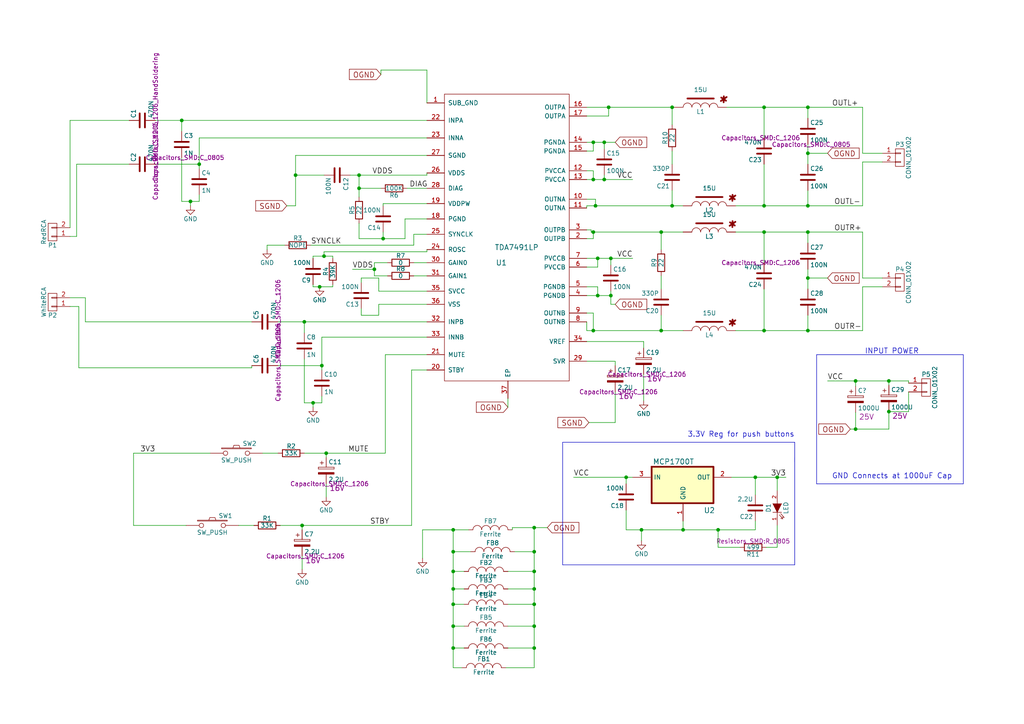
<source format=kicad_sch>
(kicad_sch (version 20230121) (generator eeschema)
  (paper "A4")
  (lib_symbols
    (symbol "ClassD-rescue:C" (pin_numbers hide) (pin_names (offset 0.254))
      (property "Reference" "C" (at 0.635 2.54 0))
      (property "Value" "C" (at 0.635 -2.54 0))
      (symbol "C_0_1"
        (polyline (pts (xy -2.032 -0.762) (xy 2.032 -0.762)) (stroke (width 0.508)))
        (polyline (pts (xy -2.032 0.762) (xy 2.032 0.762)) (stroke (width 0.508)))
      )
      (symbol "C_1_1"
        (pin passive line (at 0 3.81 270) (length 2.794) (name "~") (number "1"))
        (pin passive line (at 0 -3.81 90) (length 2.794) (name "~") (number "2"))
      )
    )
    (symbol "ClassD-rescue:CONN_01X02" (pin_names (offset 1.016) hide)
      (property "Reference" "P" (at 0 3.81 0))
      (property "Value" "CONN_01X02" (at 2.54 0 90))
      (symbol "CONN_01X02_0_1"
        (rectangle (start -1.27 -1.143) (end 0.254 -1.397))
        (rectangle (start -1.27 1.397) (end 0.254 1.143))
        (rectangle (start -1.27 2.54) (end 1.27 -2.54))
      )
      (symbol "CONN_01X02_1_1"
        (pin passive line (at -5.08 1.27 0) (length 3.81) (name "P1") (number "1"))
        (pin passive line (at -5.08 -1.27 0) (length 3.81) (name "P2") (number "2"))
      )
    )
    (symbol "ClassD-rescue:CP" (pin_numbers hide) (pin_names (offset 0.254))
      (property "Reference" "C" (at 0.635 2.54 0))
      (property "Value" "CP" (at 0.635 -2.54 0))
      (symbol "CP_0_1"
        (rectangle (start -2.286 0.508) (end -2.286 1.016))
        (rectangle (start -2.286 0.508) (end 2.286 0.508))
        (polyline (pts (xy -1.778 2.286) (xy -0.762 2.286)))
        (polyline (pts (xy -1.27 2.794) (xy -1.27 1.778)))
        (rectangle (start 2.286 -0.508) (end -2.286 -1.016) (fill (type outline)))
        (rectangle (start 2.286 1.016) (end -2.286 1.016))
        (rectangle (start 2.286 1.016) (end 2.286 0.508))
      )
      (symbol "CP_1_1"
        (pin passive line (at 0 3.81 270) (length 2.794) (name "~") (number "1"))
        (pin passive line (at 0 -3.81 90) (length 2.794) (name "~") (number "2"))
      )
    )
    (symbol "ClassD-rescue:GND" (power) (pin_names (offset 0))
      (property "Value" "GND" (at 0 -3.81 0))
      (symbol "GND_0_1"
        (polyline (pts (xy 0 0) (xy 0 -1.27) (xy 1.27 -1.27) (xy 0 -2.54) (xy -1.27 -1.27) (xy 0 -1.27)))
      )
      (symbol "GND_1_1"
        (pin power_in line (at 0 0 270) (length 0) hide (name "GND") (number "1"))
      )
    )
    (symbol "ClassD-rescue:INDUCTOR_SMALL" (pin_numbers hide) (pin_names (offset 0) hide)
      (property "Reference" "L" (at 0 2.54 0))
      (property "Value" "INDUCTOR_SMALL" (at 0 -1.27 0))
      (symbol "INDUCTOR_SMALL_0_1"
        (arc (start -2.54 0) (mid -3.81 1.2645) (end -5.08 0))
        (arc (start 0 0) (mid -1.27 1.2645) (end -2.54 0))
        (arc (start 2.54 0) (mid 1.27 1.2645) (end 0 0))
        (arc (start 5.08 0) (mid 3.81 1.2645) (end 2.54 0))
      )
      (symbol "INDUCTOR_SMALL_1_1"
        (pin input line (at -6.35 0 0) (length 1.27) (name "1") (number "1"))
        (pin input line (at 6.35 0 180) (length 1.27) (name "2") (number "2"))
      )
    )
    (symbol "ClassD-rescue:LED" (pin_names (offset 1.016) hide)
      (property "Reference" "D" (at 0 2.54 0))
      (property "Value" "LED" (at 0 -2.54 0))
      (symbol "LED_0_1"
        (polyline (pts (xy -1.27 1.27) (xy -1.27 -1.27)))
        (polyline (pts (xy -2.032 -0.635) (xy -3.175 -1.651) (xy -3.048 -1.016)))
        (polyline (pts (xy -1.651 -1.016) (xy -2.794 -2.032) (xy -2.667 -1.397)))
        (polyline (pts (xy 1.27 1.27) (xy -1.27 0) (xy 1.27 -1.27)) (fill (type outline)))
      )
      (symbol "LED_1_1"
        (pin passive line (at -5.08 0 0) (length 3.81) (name "K") (number "1"))
        (pin passive line (at 5.08 0 180) (length 3.81) (name "A") (number "2"))
      )
    )
    (symbol "ClassD-rescue:R" (pin_numbers hide) (pin_names (offset 0))
      (property "Reference" "R" (at 2.032 0 90))
      (property "Value" "R" (at 0 0 90))
      (symbol "R_0_1"
        (rectangle (start -1.016 -2.54) (end 1.016 2.54) (stroke (width 0.254)))
      )
      (symbol "R_1_1"
        (pin passive line (at 0 3.81 270) (length 1.27) (name "~") (number "1"))
        (pin passive line (at 0 -3.81 90) (length 1.27) (name "~") (number "2"))
      )
    )
    (symbol "ClassD-rescue:SW_PUSH" (pin_numbers hide) (pin_names (offset 1.016) hide)
      (property "Reference" "SW" (at 3.81 2.794 0))
      (property "Value" "SW_PUSH" (at 0 -2.032 0))
      (symbol "SW_PUSH_0_1"
        (rectangle (start -4.318 1.27) (end 4.318 1.524))
        (polyline (pts (xy -1.016 1.524) (xy -0.762 2.286) (xy 0.762 2.286) (xy 1.016 1.524)))
        (pin passive inverted (at -7.62 0 0) (length 5.08) (name "1") (number "1"))
        (pin passive inverted (at 7.62 0 180) (length 5.08) (name "2") (number "2"))
      )
    )
    (symbol "ClassD:INDUCTOR-POL" (pin_numbers hide) (pin_names (offset 1.016) hide)
      (property "Reference" "L" (at -1.27 -1.27 90))
      (property "Value" "INDUCTOR-POL" (at 5.08 -1.27 90))
      (symbol "INDUCTOR-POL_0_1"
        (polyline (pts (xy 1.4478 5.4102) (xy 3.175 5.461)) (stroke (width 0.508)))
        (polyline (pts (xy 1.905 6.096) (xy 2.8194 4.7244)) (stroke (width 0.508)))
        (polyline (pts (xy 2.54 2.54) (xy 2.54 -5.08)) (stroke (width 0.508)))
        (polyline (pts (xy 2.9718 6.2738) (xy 1.8288 4.6228)) (stroke (width 0.508)))
        (arc (start 0.0254 -6.3246) (mid 1.2449 -5.0797) (end 0.0254 -3.81))
        (arc (start 0.0254 -3.7846) (mid 1.2703 -2.5144) (end 0.0254 -1.2192))
        (arc (start 0.0254 -1.2446) (mid 1.2703 0.0256) (end 0.0254 1.3208))
        (arc (start 0.0254 1.2954) (mid 1.1941 2.4895) (end 0.0254 3.7084))
      )
      (symbol "INDUCTOR-POL_1_1"
        (pin passive line (at 0 6.35 270) (length 2.54) (name "1") (number "1"))
        (pin passive line (at 0 -8.89 90) (length 2.54) (name "2") (number "2"))
      )
    )
    (symbol "ClassD:MCP1700T" (pin_names (offset 1.016))
      (property "Reference" "U" (at 7.6454 -9.6012 0))
      (property "Value" "MCP1700T" (at -2.7686 4.5212 0))
      (symbol "MCP1700T_0_1"
        (rectangle (start -9.1186 3.048) (end 8.8138 -7.5184) (stroke (width 0.508)) (fill (type background)))
      )
      (symbol "MCP1700T_1_1"
        (pin input line (at 0 -12.7 90) (length 5.08) (name "GND") (number "1"))
        (pin input line (at 13.97 0 180) (length 5.08) (name "OUT") (number "2"))
        (pin input line (at -14.605 0 0) (length 5.08) (name "IN") (number "3"))
      )
    )
    (symbol "ClassD:TDA7491LP" (pin_names (offset 1.016))
      (property "Reference" "U" (at -1.905 -3.175 0))
      (property "Value" "TDA7491LP" (at 2.54 1.27 0))
      (symbol "TDA7491LP_0_1"
        (rectangle (start -18.415 45.72) (end 17.78 -37.465))
      )
      (symbol "TDA7491LP_1_1"
        (pin input line (at -23.495 43.18 0) (length 5.08) (name "SUB_GND") (number "1"))
        (pin input line (at 22.86 15.24 180) (length 5.08) (name "OUTNA") (number "10"))
        (pin input line (at 22.86 12.7 180) (length 5.08) (name "OUTNA") (number "11"))
        (pin input line (at 22.86 23.495 180) (length 5.08) (name "PVCCA") (number "12"))
        (pin input line (at 22.86 20.955 180) (length 5.08) (name "PVCCA") (number "13"))
        (pin input line (at 22.86 31.75 180) (length 5.08) (name "PGNDA") (number "14"))
        (pin input line (at 22.86 29.21 180) (length 5.08) (name "PGNDA") (number "15"))
        (pin input line (at 22.86 41.91 180) (length 5.08) (name "OUTPA") (number "16"))
        (pin input line (at 22.86 39.37 180) (length 5.08) (name "OUTPA") (number "17"))
        (pin input line (at -23.495 9.525 0) (length 5.08) (name "PGND") (number "18"))
        (pin input line (at -23.495 13.97 0) (length 5.08) (name "VDDPW") (number "19"))
        (pin input line (at 22.86 3.81 180) (length 5.08) (name "OUTPB") (number "2"))
        (pin input line (at -23.495 -34.29 0) (length 5.08) (name "STBY") (number "20"))
        (pin input line (at -23.495 -29.845 0) (length 5.08) (name "MUTE") (number "21"))
        (pin input line (at -23.495 38.1 0) (length 5.08) (name "INPA") (number "22"))
        (pin input line (at -23.495 33.02 0) (length 5.08) (name "INNA") (number "23"))
        (pin input line (at -23.495 0.635 0) (length 5.08) (name "ROSC") (number "24"))
        (pin input line (at -23.495 5.08 0) (length 5.08) (name "SYNCLK") (number "25"))
        (pin input line (at -23.495 22.86 0) (length 5.08) (name "VDDS") (number "26"))
        (pin input line (at -23.495 27.94 0) (length 5.08) (name "SGND") (number "27"))
        (pin input line (at -23.495 18.415 0) (length 5.08) (name "DIAG") (number "28"))
        (pin input line (at 22.86 -31.75 180) (length 5.08) (name "SVR") (number "29"))
        (pin input line (at 22.86 6.35 180) (length 5.08) (name "OUTPB") (number "3"))
        (pin input line (at -23.495 -3.175 0) (length 5.08) (name "GAIN0") (number "30"))
        (pin input line (at -23.495 -6.985 0) (length 5.08) (name "GAIN1") (number "31"))
        (pin input line (at -23.495 -20.32 0) (length 5.08) (name "INPB") (number "32"))
        (pin input line (at -23.495 -24.765 0) (length 5.08) (name "INNB") (number "33"))
        (pin input line (at 22.86 -26.035 180) (length 5.08) (name "VREF") (number "34"))
        (pin input line (at -23.495 -11.43 0) (length 5.08) (name "SVCC") (number "35"))
        (pin input line (at -23.495 -15.24 0) (length 5.08) (name "VSS") (number "36"))
        (pin input line (at 0 -42.545 90) (length 5.08) (name "EP") (number "37"))
        (pin input line (at 22.86 -12.7 180) (length 5.08) (name "PGNDB") (number "4"))
        (pin input line (at 22.86 -10.16 180) (length 5.08) (name "PGNDB") (number "5"))
        (pin input line (at 22.86 -4.445 180) (length 5.08) (name "PVCCB") (number "6"))
        (pin input line (at 22.86 -1.905 180) (length 5.08) (name "PVCCB") (number "7"))
        (pin input line (at 22.86 -20.32 180) (length 5.08) (name "OUTNB") (number "8"))
        (pin input line (at 22.86 -17.78 180) (length 5.08) (name "OUTNB") (number "9"))
      )
    )
  )
  (junction (at 131.445 153.67))
  (junction (at 173.355 74.93))
  (junction (at 186.055 153.67))
  (junction (at 181.61 138.43))
  (junction (at 208.28 153.67))
  (junction (at 154.94 175.26))
  (junction (at 257.81 110.49))
  (junction (at 191.77 67.31))
  (junction (at 93.345 106.045))
  (junction (at 154.94 165.735))
  (junction (at 194.945 31.115))
  (junction (at 172.085 52.07))
  (junction (at 104.14 54.61))
  (junction (at 194.945 59.69))
  (junction (at 172.085 67.31))
  (junction (at 131.445 175.26))
  (junction (at 172.085 95.885))
  (junction (at 234.315 80.645))
  (junction (at 55.245 58.42))
  (junction (at 131.445 170.815))
  (junction (at 154.94 170.815))
  (junction (at 175.26 52.07))
  (junction (at 85.725 50.8))
  (junction (at 93.98 74.295))
  (junction (at 248.158 124.46))
  (junction (at 173.355 85.725))
  (junction (at 221.615 31.115))
  (junction (at 177.165 74.93))
  (junction (at 172.085 41.275))
  (junction (at 131.445 165.735))
  (junction (at 131.445 160.02))
  (junction (at 52.705 34.925))
  (junction (at 198.12 153.67))
  (junction (at 88.265 93.345))
  (junction (at 172.72 59.69))
  (junction (at 191.77 95.885))
  (junction (at 221.615 67.31))
  (junction (at 94.615 131.445))
  (junction (at 154.94 153.035))
  (junction (at 92.71 83.185))
  (junction (at 87.63 152.4))
  (junction (at 111.125 69.215))
  (junction (at 57.785 47.625))
  (junction (at 177.165 85.725))
  (junction (at 248.158 110.49))
  (junction (at 108.585 78.105))
  (junction (at 90.805 116.84))
  (junction (at 154.94 181.61))
  (junction (at 234.315 67.31))
  (junction (at 104.14 50.8))
  (junction (at 234.315 95.885))
  (junction (at 154.94 187.96))
  (junction (at 219.075 138.43))
  (junction (at 257.81 119.38))
  (junction (at 154.94 160.02))
  (junction (at 176.53 31.115))
  (junction (at 131.445 187.96))
  (junction (at 131.445 181.61))
  (junction (at 234.315 31.115))
  (junction (at 221.615 59.69))
  (junction (at 234.315 59.69))
  (junction (at 221.615 95.885))
  (junction (at 225.425 138.43))
  (junction (at 175.26 41.275))
  (junction (at 234.315 44.45))
  (wire (pts (xy 131.445 181.61) (xy 131.445 187.96)))
  (wire (pts (xy 191.77 95.885) (xy 191.77 91.44)))
  (wire (pts (xy 170.18 99.06) (xy 186.69 99.06)))
  (wire (pts (xy 234.315 78.105) (xy 234.315 80.645)))
  (wire (pts (xy 111.125 67.31) (xy 111.125 69.215)))
  (wire (pts (xy 131.445 160.02) (xy 131.445 165.735)))
  (wire (pts (xy 111.125 59.69) (xy 111.125 59.055)))
  (wire (pts (xy 148.59 153.035) (xy 154.94 153.035)))
  (wire (pts (xy 131.445 153.67) (xy 135.89 153.67)))
  (wire (pts (xy 85.725 59.69) (xy 83.185 59.69)))
  (wire (pts (xy 234.315 31.115) (xy 234.315 34.29)))
  (wire (pts (xy 88.265 116.84) (xy 90.805 116.84)))
  (wire (pts (xy 234.315 44.45) (xy 234.315 47.625)))
  (wire (pts (xy 90.805 118.11) (xy 90.805 116.84)))
  (wire (pts (xy 175.26 41.275) (xy 175.26 43.18)))
  (wire (pts (xy 85.725 50.8) (xy 85.725 59.69)))
  (wire (pts (xy 22.225 68.58) (xy 20.32 68.58)))
  (wire (pts (xy 234.315 95.885) (xy 250.19 95.885)))
  (wire (pts (xy 257.81 110.49) (xy 263.525 110.49)))
  (wire (pts (xy 194.945 36.195) (xy 194.945 31.115)))
  (wire (pts (xy 191.77 95.885) (xy 198.12 95.885)))
  (wire (pts (xy 208.28 153.67) (xy 219.075 153.67)))
  (wire (pts (xy 172.085 95.885) (xy 191.77 95.885)))
  (wire (pts (xy 131.445 165.735) (xy 134.62 165.735)))
  (wire (pts (xy 38.735 131.445) (xy 60.96 131.445)))
  (wire (pts (xy 176.53 31.115) (xy 194.945 31.115)))
  (wire (pts (xy 154.94 175.26) (xy 147.32 175.26)))
  (wire (pts (xy 177.165 74.93) (xy 183.515 74.93)))
  (wire (pts (xy 77.47 71.12) (xy 82.55 71.12)))
  (wire (pts (xy 111.76 102.87) (xy 123.825 102.87)))
  (wire (pts (xy 120.015 76.2) (xy 123.825 76.2)))
  (wire (pts (xy 88.265 131.445) (xy 94.615 131.445)))
  (wire (pts (xy 181.61 138.43) (xy 181.61 140.335)))
  (wire (pts (xy 208.28 158.75) (xy 208.28 153.67)))
  (wire (pts (xy 213.36 67.31) (xy 221.615 67.31)))
  (wire (pts (xy 154.94 165.735) (xy 154.94 170.815)))
  (wire (pts (xy 175.26 41.275) (xy 178.435 41.275)))
  (wire (pts (xy 250.19 44.45) (xy 250.19 31.115)))
  (wire (pts (xy 170.18 90.805) (xy 172.085 90.805)))
  (wire (pts (xy 112.395 76.2) (xy 108.585 76.2)))
  (polyline (pts (xy 279.4 140.335) (xy 279.4 102.87)))
  (wire (pts (xy 172.72 57.785) (xy 172.72 59.69)))
  (wire (pts (xy 234.315 67.31) (xy 250.19 67.31)))
  (wire (pts (xy 214.63 158.75) (xy 208.28 158.75)))
  (wire (pts (xy 131.445 181.61) (xy 134.62 181.61)))
  (wire (pts (xy 177.165 84.455) (xy 177.165 85.725)))
  (wire (pts (xy 131.445 175.26) (xy 134.62 175.26)))
  (wire (pts (xy 177.165 88.265) (xy 178.435 88.265)))
  (wire (pts (xy 104.775 80.645) (xy 104.775 81.915)))
  (wire (pts (xy 108.585 78.105) (xy 102.235 78.105)))
  (wire (pts (xy 90.805 82.55) (xy 90.805 83.185)))
  (wire (pts (xy 90.805 83.185) (xy 92.71 83.185)))
  (wire (pts (xy 255.905 83.185) (xy 250.19 83.185)))
  (wire (pts (xy 149.225 160.02) (xy 154.94 160.02)))
  (wire (pts (xy 248.158 110.49) (xy 257.81 110.49)))
  (wire (pts (xy 225.425 142.24) (xy 225.425 138.43)))
  (wire (pts (xy 221.615 67.31) (xy 234.315 67.31)))
  (wire (pts (xy 111.76 131.445) (xy 111.76 102.87)))
  (wire (pts (xy 52.705 58.42) (xy 55.245 58.42)))
  (wire (pts (xy 170.815 122.555) (xy 178.435 122.555)))
  (wire (pts (xy 171.45 67.31) (xy 172.085 67.31)))
  (wire (pts (xy 154.94 175.26) (xy 154.94 181.61)))
  (wire (pts (xy 118.11 54.61) (xy 123.825 54.61)))
  (wire (pts (xy 96.52 83.185) (xy 96.52 82.55)))
  (wire (pts (xy 108.585 76.2) (xy 108.585 78.105)))
  (wire (pts (xy 177.165 85.725) (xy 177.165 88.265)))
  (wire (pts (xy 123.825 88.265) (xy 109.855 88.265)))
  (wire (pts (xy 240.03 110.49) (xy 248.158 110.49)))
  (wire (pts (xy 131.445 175.26) (xy 131.445 181.61)))
  (wire (pts (xy 81.28 152.4) (xy 87.63 152.4)))
  (wire (pts (xy 131.445 170.815) (xy 131.445 175.26)))
  (wire (pts (xy 24.765 93.345) (xy 24.765 86.36)))
  (wire (pts (xy 255.905 44.45) (xy 250.19 44.45)))
  (wire (pts (xy 22.225 47.625) (xy 37.465 47.625)))
  (wire (pts (xy 85.725 45.085) (xy 85.725 50.8)))
  (wire (pts (xy 198.12 151.13) (xy 198.12 153.67)))
  (wire (pts (xy 90.805 74.295) (xy 93.98 74.295)))
  (wire (pts (xy 172.085 52.07) (xy 175.26 52.07)))
  (wire (pts (xy 154.94 170.815) (xy 154.94 175.26)))
  (wire (pts (xy 170.18 83.185) (xy 173.355 83.185)))
  (wire (pts (xy 240.03 44.45) (xy 234.315 44.45)))
  (polyline (pts (xy 230.505 128.27) (xy 230.505 133.985)))
  (wire (pts (xy 108.585 80.01) (xy 112.395 80.01)))
  (wire (pts (xy 111.125 69.215) (xy 104.14 69.215)))
  (wire (pts (xy 108.585 78.105) (xy 108.585 80.01)))
  (wire (pts (xy 194.945 59.69) (xy 198.12 59.69)))
  (wire (pts (xy 172.085 67.31) (xy 191.77 67.31)))
  (wire (pts (xy 186.055 156.845) (xy 186.055 153.67)))
  (wire (pts (xy 93.98 74.295) (xy 93.98 73.025)))
  (wire (pts (xy 123.825 67.945) (xy 120.015 67.945)))
  (wire (pts (xy 123.825 84.455) (xy 109.855 84.455)))
  (polyline (pts (xy 236.855 102.87) (xy 236.855 140.335)))
  (wire (pts (xy 117.475 69.215) (xy 111.125 69.215)))
  (wire (pts (xy 94.615 131.445) (xy 111.76 131.445)))
  (wire (pts (xy 170.18 74.93) (xy 173.355 74.93)))
  (wire (pts (xy 88.265 96.52) (xy 88.265 93.345)))
  (wire (pts (xy 170.18 93.345) (xy 170.18 95.885)))
  (wire (pts (xy 221.615 31.115) (xy 221.615 40.005)))
  (wire (pts (xy 181.61 138.43) (xy 183.515 138.43)))
  (wire (pts (xy 24.765 86.36) (xy 20.32 86.36)))
  (wire (pts (xy 171.45 66.675) (xy 170.18 66.675)))
  (wire (pts (xy 154.94 187.96) (xy 154.94 193.675)))
  (wire (pts (xy 154.94 153.035) (xy 154.94 160.02)))
  (wire (pts (xy 57.785 40.005) (xy 57.785 47.625)))
  (wire (pts (xy 22.225 47.625) (xy 22.225 68.58)))
  (wire (pts (xy 109.855 84.455) (xy 109.855 80.645)))
  (wire (pts (xy 55.245 58.42) (xy 57.785 58.42)))
  (wire (pts (xy 131.445 187.96) (xy 134.62 187.96)))
  (wire (pts (xy 131.445 170.815) (xy 134.62 170.815)))
  (wire (pts (xy 123.825 20.32) (xy 123.825 29.845)))
  (wire (pts (xy 104.14 69.215) (xy 104.14 64.77)))
  (wire (pts (xy 170.18 59.69) (xy 170.18 60.325)))
  (wire (pts (xy 104.14 54.61) (xy 110.49 54.61)))
  (wire (pts (xy 221.615 67.31) (xy 221.615 76.2)))
  (wire (pts (xy 93.98 74.295) (xy 96.52 74.295)))
  (wire (pts (xy 221.615 59.69) (xy 234.315 59.69)))
  (wire (pts (xy 225.425 158.75) (xy 222.25 158.75)))
  (wire (pts (xy 234.315 55.245) (xy 234.315 59.69)))
  (wire (pts (xy 250.19 46.99) (xy 250.19 59.69)))
  (wire (pts (xy 172.085 49.53) (xy 172.085 52.07)))
  (wire (pts (xy 120.015 67.945) (xy 120.015 71.12)))
  (wire (pts (xy 90.805 116.84) (xy 93.345 116.84)))
  (wire (pts (xy 166.37 138.43) (xy 181.61 138.43)))
  (wire (pts (xy 186.055 153.67) (xy 198.12 153.67)))
  (wire (pts (xy 117.475 63.5) (xy 117.475 69.215)))
  (wire (pts (xy 38.735 152.4) (xy 38.735 131.445)))
  (wire (pts (xy 255.905 80.645) (xy 250.19 80.645)))
  (wire (pts (xy 191.77 67.31) (xy 191.77 72.39)))
  (wire (pts (xy 53.975 152.4) (xy 38.735 152.4)))
  (wire (pts (xy 219.075 153.67) (xy 219.075 151.13)))
  (wire (pts (xy 57.785 58.42) (xy 57.785 56.515)))
  (wire (pts (xy 80.645 131.445) (xy 76.2 131.445)))
  (wire (pts (xy 80.645 93.345) (xy 88.265 93.345)))
  (wire (pts (xy 119.38 152.4) (xy 119.38 107.315)))
  (wire (pts (xy 52.705 58.42) (xy 52.705 45.72)))
  (wire (pts (xy 109.855 91.44) (xy 104.775 91.44)))
  (wire (pts (xy 131.445 165.735) (xy 131.445 170.815)))
  (wire (pts (xy 173.355 74.93) (xy 177.165 74.93)))
  (wire (pts (xy 221.615 83.82) (xy 221.615 95.885)))
  (wire (pts (xy 225.425 138.43) (xy 227.965 138.43)))
  (wire (pts (xy 170.18 85.725) (xy 173.355 85.725)))
  (wire (pts (xy 73.66 152.4) (xy 69.215 152.4)))
  (polyline (pts (xy 163.195 163.83) (xy 163.195 128.27)))
  (polyline (pts (xy 236.855 140.335) (xy 279.4 140.335)))
  (wire (pts (xy 55.245 59.69) (xy 55.245 58.42)))
  (wire (pts (xy 213.36 95.885) (xy 221.615 95.885)))
  (wire (pts (xy 52.705 38.1) (xy 52.705 34.925)))
  (wire (pts (xy 257.81 124.46) (xy 257.81 119.38)))
  (wire (pts (xy 170.18 43.815) (xy 172.085 43.815)))
  (wire (pts (xy 131.445 193.675) (xy 133.985 193.675)))
  (wire (pts (xy 194.945 31.115) (xy 195.58 31.115)))
  (wire (pts (xy 181.61 147.955) (xy 181.61 153.67)))
  (wire (pts (xy 148.59 153.035) (xy 148.59 153.67)))
  (wire (pts (xy 170.18 33.655) (xy 176.53 33.655)))
  (wire (pts (xy 170.18 77.47) (xy 173.355 77.47)))
  (wire (pts (xy 123.825 63.5) (xy 117.475 63.5)))
  (wire (pts (xy 172.085 41.275) (xy 175.26 41.275)))
  (wire (pts (xy 173.355 83.185) (xy 173.355 85.725)))
  (wire (pts (xy 221.615 47.625) (xy 221.615 59.69)))
  (wire (pts (xy 170.18 52.07) (xy 172.085 52.07)))
  (wire (pts (xy 154.94 170.815) (xy 147.32 170.815)))
  (wire (pts (xy 234.315 59.69) (xy 250.19 59.69)))
  (wire (pts (xy 147.32 115.57) (xy 147.32 118.11)))
  (wire (pts (xy 136.525 160.02) (xy 131.445 160.02)))
  (wire (pts (xy 191.77 67.31) (xy 198.12 67.31)))
  (wire (pts (xy 154.94 181.61) (xy 147.32 181.61)))
  (wire (pts (xy 24.765 93.345) (xy 73.025 93.345)))
  (wire (pts (xy 94.615 132.715) (xy 94.615 131.445)))
  (wire (pts (xy 172.72 59.69) (xy 194.945 59.69)))
  (wire (pts (xy 20.32 66.04) (xy 20.32 34.925)))
  (wire (pts (xy 176.53 33.655) (xy 176.53 31.115)))
  (wire (pts (xy 263.525 110.49) (xy 263.525 111.125)))
  (wire (pts (xy 234.315 91.44) (xy 234.315 95.885)))
  (wire (pts (xy 123.825 45.085) (xy 85.725 45.085)))
  (wire (pts (xy 234.315 67.31) (xy 234.315 70.485)))
  (wire (pts (xy 88.265 93.345) (xy 123.825 93.345)))
  (polyline (pts (xy 163.195 128.27) (xy 230.505 128.27)))
  (wire (pts (xy 194.945 55.245) (xy 194.945 59.69)))
  (wire (pts (xy 170.18 95.885) (xy 172.085 95.885)))
  (wire (pts (xy 122.555 153.67) (xy 131.445 153.67)))
  (wire (pts (xy 171.45 67.31) (xy 171.45 66.675)))
  (wire (pts (xy 172.085 43.815) (xy 172.085 41.275)))
  (wire (pts (xy 104.14 50.8) (xy 123.825 50.8)))
  (wire (pts (xy 22.86 88.9) (xy 20.32 88.9)))
  (wire (pts (xy 173.355 85.725) (xy 177.165 85.725)))
  (wire (pts (xy 175.26 52.07) (xy 183.515 52.07)))
  (wire (pts (xy 110.49 20.32) (xy 123.825 20.32)))
  (wire (pts (xy 170.18 41.275) (xy 172.085 41.275)))
  (wire (pts (xy 219.075 138.43) (xy 225.425 138.43)))
  (wire (pts (xy 170.18 59.69) (xy 172.72 59.69)))
  (wire (pts (xy 172.085 69.215) (xy 172.085 67.31)))
  (wire (pts (xy 173.355 77.47) (xy 173.355 74.93)))
  (wire (pts (xy 45.085 47.625) (xy 57.785 47.625)))
  (wire (pts (xy 191.77 80.01) (xy 191.77 83.82)))
  (wire (pts (xy 225.425 152.4) (xy 225.425 158.75)))
  (wire (pts (xy 92.71 83.185) (xy 96.52 83.185)))
  (wire (pts (xy 257.81 119.38) (xy 263.525 119.38)))
  (polyline (pts (xy 230.505 132.715) (xy 230.505 163.83)))
  (wire (pts (xy 255.905 46.99) (xy 250.19 46.99)))
  (wire (pts (xy 94.615 140.335) (xy 94.615 144.145)))
  (wire (pts (xy 240.03 80.645) (xy 234.315 80.645)))
  (wire (pts (xy 219.075 143.51) (xy 219.075 138.43)))
  (wire (pts (xy 246.634 124.46) (xy 248.158 124.46)))
  (polyline (pts (xy 230.505 163.83) (xy 163.195 163.83)))
  (wire (pts (xy 45.085 34.925) (xy 52.705 34.925)))
  (wire (pts (xy 93.345 97.79) (xy 93.345 106.045)))
  (wire (pts (xy 93.98 73.025) (xy 123.825 73.025)))
  (wire (pts (xy 186.69 108.585) (xy 186.69 116.205)))
  (wire (pts (xy 154.94 153.035) (xy 158.75 153.035)))
  (wire (pts (xy 20.32 34.925) (xy 37.465 34.925)))
  (wire (pts (xy 22.86 106.68) (xy 22.86 88.9)))
  (wire (pts (xy 104.14 50.8) (xy 104.14 54.61)))
  (wire (pts (xy 178.435 122.555) (xy 178.435 113.665)))
  (wire (pts (xy 57.785 47.625) (xy 57.785 48.895)))
  (wire (pts (xy 250.19 83.185) (xy 250.19 95.885)))
  (wire (pts (xy 170.18 69.215) (xy 172.085 69.215)))
  (wire (pts (xy 154.94 187.96) (xy 147.32 187.96)))
  (wire (pts (xy 93.98 50.8) (xy 85.725 50.8)))
  (wire (pts (xy 177.165 74.93) (xy 177.165 76.835)))
  (wire (pts (xy 186.69 99.06) (xy 186.69 100.965)))
  (wire (pts (xy 248.158 119.634) (xy 248.158 124.46)))
  (wire (pts (xy 104.775 91.44) (xy 104.775 89.535)))
  (wire (pts (xy 263.525 119.38) (xy 263.525 113.665)))
  (wire (pts (xy 109.855 88.265) (xy 109.855 91.44)))
  (wire (pts (xy 77.47 72.39) (xy 77.47 71.12)))
  (wire (pts (xy 123.825 80.01) (xy 120.015 80.01)))
  (wire (pts (xy 101.6 50.8) (xy 104.14 50.8)))
  (wire (pts (xy 212.09 138.43) (xy 219.075 138.43)))
  (wire (pts (xy 90.805 74.295) (xy 90.805 74.93)))
  (wire (pts (xy 154.94 193.675) (xy 146.685 193.675)))
  (wire (pts (xy 175.26 52.07) (xy 175.26 50.8)))
  (wire (pts (xy 154.94 165.735) (xy 147.32 165.735)))
  (wire (pts (xy 234.315 31.115) (xy 250.19 31.115)))
  (wire (pts (xy 80.645 106.045) (xy 93.345 106.045)))
  (wire (pts (xy 104.14 54.61) (xy 104.14 57.15)))
  (wire (pts (xy 170.18 49.53) (xy 172.085 49.53)))
  (polyline (pts (xy 279.4 102.87) (xy 236.855 102.87)))
  (wire (pts (xy 178.435 106.045) (xy 178.435 104.775)))
  (wire (pts (xy 198.12 153.67) (xy 208.28 153.67)))
  (wire (pts (xy 123.825 73.025) (xy 123.825 72.39)))
  (wire (pts (xy 131.445 187.96) (xy 131.445 193.675)))
  (wire (pts (xy 170.18 31.115) (xy 176.53 31.115)))
  (wire (pts (xy 170.18 57.785) (xy 172.72 57.785)))
  (wire (pts (xy 131.445 153.67) (xy 131.445 160.02)))
  (wire (pts (xy 178.435 104.775) (xy 170.18 104.775)))
  (wire (pts (xy 210.82 31.115) (xy 221.615 31.115)))
  (wire (pts (xy 123.825 50.8) (xy 123.825 50.165)))
  (wire (pts (xy 120.015 71.12) (xy 90.17 71.12)))
  (wire (pts (xy 52.705 34.925) (xy 123.825 34.925)))
  (wire (pts (xy 87.63 153.67) (xy 87.63 152.4)))
  (wire (pts (xy 73.025 106.68) (xy 73.025 106.045)))
  (wire (pts (xy 257.81 111.76) (xy 257.81 110.49)))
  (wire (pts (xy 248.158 112.014) (xy 248.158 110.49)))
  (wire (pts (xy 122.555 153.67) (xy 122.555 161.925)))
  (wire (pts (xy 181.61 153.67) (xy 186.055 153.67)))
  (wire (pts (xy 194.945 43.815) (xy 194.945 47.625)))
  (wire (pts (xy 111.125 59.055) (xy 123.825 59.055)))
  (wire (pts (xy 93.345 106.045) (xy 93.345 107.315)))
  (wire (pts (xy 248.158 124.46) (xy 257.81 124.46)))
  (wire (pts (xy 234.315 80.645) (xy 234.315 83.82)))
  (wire (pts (xy 109.855 80.645) (xy 104.775 80.645)))
  (wire (pts (xy 234.315 41.91) (xy 234.315 44.45)))
  (wire (pts (xy 110.49 21.59) (xy 110.49 20.32)))
  (wire (pts (xy 123.825 97.79) (xy 93.345 97.79)))
  (wire (pts (xy 88.265 116.84) (xy 88.265 104.14)))
  (wire (pts (xy 119.38 107.315) (xy 123.825 107.315)))
  (wire (pts (xy 221.615 31.115) (xy 234.315 31.115)))
  (wire (pts (xy 172.085 90.805) (xy 172.085 95.885)))
  (wire (pts (xy 221.615 95.885) (xy 234.315 95.885)))
  (wire (pts (xy 87.63 152.4) (xy 119.38 152.4)))
  (wire (pts (xy 93.345 116.84) (xy 93.345 114.935)))
  (wire (pts (xy 96.52 74.295) (xy 96.52 74.93)))
  (wire (pts (xy 154.94 181.61) (xy 154.94 187.96)))
  (wire (pts (xy 213.36 59.69) (xy 221.615 59.69)))
  (wire (pts (xy 123.825 40.005) (xy 57.785 40.005)))
  (wire (pts (xy 87.63 161.29) (xy 87.63 165.1)))
  (wire (pts (xy 22.86 106.68) (xy 73.025 106.68)))
  (wire (pts (xy 250.19 80.645) (xy 250.19 67.31)))
  (wire (pts (xy 154.94 160.02) (xy 154.94 165.735)))
  (text "3.3V Reg for push buttons\n" (at 199.39 127 0) (effects (font (size 1.524 1.524)) (justify left bottom)))
  (text "GND Connects at 1000uF Cap" (at 241.3 139.065 0) (effects (font (size 1.524 1.524)) (justify left bottom)))
  (text "INPUT POWER" (at 250.825 102.87 0) (effects (font (size 1.524 1.524)) (justify left bottom)))
  (label "DIAG" (at 118.745 54.61 0) (effects (font (size 1.524 1.524))))
  (label "OUTL-" (at 241.935 59.69 0) (effects (font (size 1.524 1.524))))
  (label "VDDS" (at 107.95 50.8 0) (effects (font (size 1.524 1.524))))
  (label "SYNCLK" (at 90.17 71.12 0) (effects (font (size 1.524 1.524))))
  (label "VDDS" (at 102.235 78.105 0) (effects (font (size 1.524 1.524))))
  (label "OUTR+" (at 241.935 67.31 0) (effects (font (size 1.524 1.524))))
  (label "VCC" (at 166.37 138.43 0) (effects (font (size 1.524 1.524))))
  (label "VCC" (at 240.03 110.49 0) (effects (font (size 1.524 1.524))))
  (label "MUTE" (at 100.965 131.445 0) (effects (font (size 1.524 1.524))))
  (label "OUTR-" (at 241.935 95.885 0) (effects (font (size 1.524 1.524))))
  (label "OUTL+" (at 241.3 31.115 0) (effects (font (size 1.524 1.524))))
  (label "3V3" (at 40.64 131.445 0) (effects (font (size 1.524 1.524))))
  (label "VCC" (at 183.515 74.93 180) (effects (font (size 1.524 1.524))))
  (label "3V3" (at 227.965 138.43 180) (effects (font (size 1.524 1.524))))
  (label "STBY" (at 107.315 152.4 0) (effects (font (size 1.524 1.524))))
  (label "VCC" (at 183.515 52.07 180) (effects (font (size 1.524 1.524))))
  (global_label "OGND" (shape input) (at 178.435 41.275 0) (effects (font (size 1.524 1.524))) (property "Intersheetrefs" "${INTERSHEET_REFS}" (effects hide)))
  (global_label "OGND" (shape input) (at 240.03 44.45 0) (effects (font (size 1.524 1.524))) (property "Intersheetrefs" "${INTERSHEET_REFS}" (effects hide)))
  (global_label "SGND" (shape input) (at 83.185 59.69 180) (effects (font (size 1.524 1.524))) (property "Intersheetrefs" "${INTERSHEET_REFS}" (effects hide)))
  (global_label "OGND" (shape input) (at 158.75 153.035 0) (effects (font (size 1.524 1.524))) (property "Intersheetrefs" "${INTERSHEET_REFS}" (effects hide)))
  (global_label "OGND" (shape input) (at 110.49 21.59 180) (effects (font (size 1.524 1.524))) (property "Intersheetrefs" "${INTERSHEET_REFS}" (effects hide)))
  (global_label "SGND" (shape input) (at 170.815 122.555 180) (effects (font (size 1.524 1.524))) (property "Intersheetrefs" "${INTERSHEET_REFS}" (effects hide)))
  (global_label "OGND" (shape input) (at 246.634 124.46 180) (effects (font (size 1.524 1.524))) (property "Intersheetrefs" "${INTERSHEET_REFS}" (effects hide)))
  (global_label "OGND" (shape input) (at 240.03 80.645 0) (effects (font (size 1.524 1.524))) (property "Intersheetrefs" "${INTERSHEET_REFS}" (effects hide)))
  (global_label "OGND" (shape input) (at 178.435 88.265 0) (effects (font (size 1.524 1.524))) (property "Intersheetrefs" "${INTERSHEET_REFS}" (effects hide)))
  (global_label "OGND" (shape input) (at 147.32 118.11 180) (effects (font (size 1.524 1.524))) (property "Intersheetrefs" "${INTERSHEET_REFS}" (effects hide)))
  (symbol (lib_id "ClassD:TDA7491LP") (at 147.32 73.025 0) (unit 1)
    (property "Reference" "U1" (at 145.415 76.2 0) (effects (font (size 1.524 1.524))))
    (property "Value" "TDA7491LP" (at 149.86 71.755 0) (effects (font (size 1.524 1.524))))
    (property "Footprint" "ClassD:PowerSSO36-EPD" (effects hide))
    (property "Link" "http://www.digikey.com/product-detail/en/TDA7491LP13TR/497-11056-1-ND/2571081" (effects hide))
    (property "MPN" "TDA7491LP13TR" (effects hide))
  )
  (symbol (lib_id "ClassD-rescue:C") (at 52.705 41.91 0) (unit 1)
    (property "Reference" "C3" (at 53.34 39.37 0) (effects (justify left)))
    (property "Value" "1N" (at 53.34 44.45 0) (effects (justify left)))
    (property "Footprint" "Capacitors_SMD:C_0805" (at 53.6702 45.72 0))
    (property "Link" "http://www.digikey.com/product-detail/en/C0805C102K5RACTU/399-1147-1-ND/411422" (effects hide))
    (property "MPN" "C0805C102K5RACTU" (effects hide))
  )
  (symbol (lib_id "ClassD-rescue:C") (at 57.785 52.705 0) (unit 1)
    (property "Reference" "C4" (at 58.42 50.165 0) (effects (justify left)))
    (property "Value" "1N" (at 58.42 55.245 0) (effects (justify left)))
    (property "Footprint" "Capacitors_SMD:C_0805" (effects hide))
  )
  (symbol (lib_id "ClassD-rescue:GND") (at 55.245 59.69 0) (unit 1)
    (property "Reference" "#PWR01" (effects hide))
    (property "Value" "GND" (at 55.245 63.5 0))
  )
  (symbol (lib_id "ClassD-rescue:C") (at 97.79 50.8 270) (unit 1)
    (property "Reference" "C12" (at 100.33 51.435 0) (effects (justify left)))
    (property "Value" "100N" (at 95.25 51.435 0) (effects (justify left)))
    (property "Footprint" "Capacitors_SMD:C_0805" (effects hide))
  )
  (symbol (lib_id "ClassD-rescue:R") (at 114.3 54.61 270) (unit 1)
    (property "Reference" "R6" (at 114.3 56.642 90))
    (property "Value" "100K" (at 114.3 54.61 90))
    (property "Footprint" "Resistors_SMD:R_0805" (effects hide))
  )
  (symbol (lib_id "ClassD-rescue:R") (at 104.14 60.96 180) (unit 1)
    (property "Reference" "R5" (at 102.108 60.96 90))
    (property "Value" "22" (at 104.14 60.96 90))
    (property "Footprint" "Resistors_SMD:R_0805" (effects hide))
  )
  (symbol (lib_id "ClassD-rescue:C") (at 111.125 63.5 180) (unit 1)
    (property "Reference" "C14" (at 110.49 66.04 0) (effects (justify left)))
    (property "Value" "100N" (at 110.49 60.96 0) (effects (justify left)))
    (property "Footprint" "Capacitors_SMD:C_0805" (effects hide))
  )
  (symbol (lib_id "ClassD-rescue:C") (at 90.805 78.74 180) (unit 1)
    (property "Reference" "C9" (at 90.17 81.28 0) (effects (justify left)))
    (property "Value" "100N" (at 90.17 76.2 0) (effects (justify left)))
    (property "Footprint" "Capacitors_SMD:C_0805" (effects hide))
  )
  (symbol (lib_id "ClassD-rescue:R") (at 96.52 78.74 180) (unit 1)
    (property "Reference" "R4" (at 94.488 78.74 90))
    (property "Value" "39K" (at 96.52 78.74 90))
    (property "Footprint" "Resistors_SMD:R_0805" (effects hide))
  )
  (symbol (lib_id "ClassD-rescue:GND") (at 92.71 83.185 0) (unit 1)
    (property "Reference" "#PWR02" (effects hide))
    (property "Value" "GND" (at 92.71 86.995 0))
  )
  (symbol (lib_id "ClassD-rescue:R") (at 116.205 76.2 90) (unit 1)
    (property "Reference" "R7" (at 116.205 74.168 90))
    (property "Value" "0" (at 116.205 76.2 90))
    (property "Footprint" "Resistors_SMD:R_0805" (effects hide))
  )
  (symbol (lib_id "ClassD-rescue:R") (at 116.205 80.01 90) (unit 1)
    (property "Reference" "R8" (at 116.205 77.978 90))
    (property "Value" "0" (at 116.205 80.01 90))
    (property "Footprint" "Resistors_SMD:R_0805" (effects hide))
  )
  (symbol (lib_id "ClassD-rescue:C") (at 104.775 85.725 180) (unit 1)
    (property "Reference" "C13" (at 104.14 88.265 0) (effects (justify left)))
    (property "Value" "100N" (at 104.14 83.185 0) (effects (justify left)))
    (property "Footprint" "Capacitors_SMD:C_0805" (effects hide))
  )
  (symbol (lib_id "ClassD-rescue:C") (at 88.265 100.33 0) (unit 1)
    (property "Reference" "C8" (at 88.9 97.79 0) (effects (justify left)))
    (property "Value" "1N" (at 88.9 102.87 0) (effects (justify left)))
    (property "Footprint" "Capacitors_SMD:C_0805" (effects hide))
  )
  (symbol (lib_id "ClassD-rescue:C") (at 93.345 111.125 0) (unit 1)
    (property "Reference" "C10" (at 93.98 108.585 0) (effects (justify left)))
    (property "Value" "1N" (at 93.98 113.665 0) (effects (justify left)))
    (property "Footprint" "Capacitors_SMD:C_0805" (effects hide))
  )
  (symbol (lib_id "ClassD-rescue:GND") (at 90.805 118.11 0) (unit 1)
    (property "Reference" "#PWR03" (effects hide))
    (property "Value" "GND" (at 90.805 121.92 0))
  )
  (symbol (lib_id "ClassD-rescue:R") (at 84.455 131.445 90) (unit 1)
    (property "Reference" "R2" (at 84.455 129.413 90))
    (property "Value" "33K" (at 84.455 131.445 90))
    (property "Footprint" "Resistors_SMD:R_0805" (effects hide))
  )
  (symbol (lib_id "ClassD-rescue:SW_PUSH") (at 68.58 131.445 0) (unit 1)
    (property "Reference" "SW2" (at 72.39 128.651 0))
    (property "Value" "SW_PUSH" (at 68.58 133.477 0))
    (property "Footprint" "ClassD:FSM2JSMAA-ND" (effects hide))
    (property "Link" "http://www.digikey.com/product-detail/en/FSM2JSMAA/FSM2JSMAA-ND/2400228" (effects hide))
    (property "MPN" "FSM2JSMAA" (effects hide))
  )
  (symbol (lib_id "ClassD-rescue:GND") (at 94.615 144.145 0) (unit 1)
    (property "Reference" "#PWR04" (effects hide))
    (property "Value" "GND" (at 94.615 147.955 0))
  )
  (symbol (lib_id "ClassD-rescue:R") (at 77.47 152.4 90) (unit 1)
    (property "Reference" "R1" (at 77.47 150.368 90))
    (property "Value" "33K" (at 77.47 152.4 90))
    (property "Footprint" "Resistors_SMD:R_0805" (effects hide))
  )
  (symbol (lib_id "ClassD-rescue:GND") (at 87.63 165.1 0) (unit 1)
    (property "Reference" "#PWR05" (effects hide))
    (property "Value" "GND" (at 87.63 168.91 0))
  )
  (symbol (lib_id "ClassD-rescue:C") (at 177.165 80.645 0) (unit 1)
    (property "Reference" "C16" (at 177.8 78.105 0) (effects (justify left)))
    (property "Value" "100N" (at 177.8 83.185 0) (effects (justify left)))
    (property "Footprint" "Capacitors_SMD:C_0805" (effects hide))
  )
  (symbol (lib_id "ClassD-rescue:GND") (at 186.69 116.205 0) (unit 1)
    (property "Reference" "#PWR06" (effects hide))
    (property "Value" "GND" (at 186.69 120.015 0))
  )
  (symbol (lib_id "ClassD-rescue:C") (at 175.26 46.99 0) (unit 1)
    (property "Reference" "C15" (at 175.895 44.45 0) (effects (justify left)))
    (property "Value" "100N" (at 175.895 49.53 0) (effects (justify left)))
    (property "Footprint" "Capacitors_SMD:C_0805" (effects hide))
  )
  (symbol (lib_id "ClassD-rescue:CONN_01X02") (at 268.605 112.395 0) (unit 1)
    (property "Reference" "P5" (at 268.605 108.585 0))
    (property "Value" "CONN_01X02" (at 271.145 112.395 90))
    (property "Footprint" "Pin_Headers:Pin_Header_Straight_1x02" (effects hide))
  )
  (symbol (lib_id "ClassD-rescue:CP") (at 257.81 115.57 0) (unit 1)
    (property "Reference" "C29" (at 258.445 113.03 0) (effects (justify left)))
    (property "Value" "1000U" (at 258.445 118.11 0) (effects (justify left)))
    (property "Footprint" "ClassD:c_elec_13.6x13.6" (effects hide))
    (property "Link" "http://www.digikey.com/product-detail/en/UUG1E102MNQ1MS/493-7421-1-ND/3768759" (effects hide))
    (property "Voltage" "25V" (at 260.985 120.65 0) (effects (font (size 1.524 1.524))))
    (property "MPN" "UUG1E102MNQ1MS" (effects hide))
  )
  (symbol (lib_id "ClassD-rescue:R") (at 194.945 40.005 180) (unit 1)
    (property "Reference" "R10" (at 192.913 40.005 90))
    (property "Value" "22" (at 194.945 40.005 90))
    (property "Footprint" "Resistors_SMD:R_0805" (effects hide))
  )
  (symbol (lib_id "ClassD-rescue:C") (at 194.945 51.435 180) (unit 1)
    (property "Reference" "C21" (at 194.31 53.975 0) (effects (justify left)))
    (property "Value" "330P" (at 194.31 48.895 0) (effects (justify left)))
    (property "Footprint" "Capacitors_SMD:C_0805" (effects hide))
    (property "Link" "http://www.digikey.com/product-detail/en/0805YC334KAT2A/478-1402-1-ND/564434" (effects hide))
    (property "MPN" "0805YC334KAT2A" (effects hide))
  )
  (symbol (lib_id "ClassD-rescue:C") (at 221.615 43.815 180) (unit 1)
    (property "Reference" "C23" (at 220.98 46.355 0) (effects (justify left)))
    (property "Value" "470N" (at 220.98 41.275 0) (effects (justify left)))
    (property "Footprint" "Capacitors_SMD:C_1206" (at 220.6498 40.005 0))
    (property "Link" "http://www.digikey.com/product-detail/en/CL31B474KAFNNNE/1276-1088-1-ND/3889174" (effects hide))
    (property "Voltage" "25" (effects hide))
    (property "MPN" "CL31B474KAFNNNE" (effects hide))
  )
  (symbol (lib_id "ClassD-rescue:C") (at 234.315 38.1 0) (unit 1)
    (property "Reference" "C25" (at 234.95 35.56 0) (effects (justify left)))
    (property "Value" "100N" (at 234.95 40.64 0) (effects (justify left)))
    (property "Footprint" "Capacitors_SMD:C_0805" (at 235.2802 41.91 0))
    (property "Link" "http://www.digikey.com/product-detail/en/C0805C104K4RACTU/399-1167-1-ND/411442" (effects hide))
    (property "Voltage" "16" (effects hide))
    (property "MPN" "C0805C104K4RACTU" (effects hide))
  )
  (symbol (lib_id "ClassD-rescue:C") (at 234.315 51.435 0) (unit 1)
    (property "Reference" "C26" (at 234.95 48.895 0) (effects (justify left)))
    (property "Value" "100N" (at 234.95 53.975 0) (effects (justify left)))
    (property "Footprint" "Capacitors_SMD:C_0805" (effects hide))
  )
  (symbol (lib_id "ClassD-rescue:CONN_01X02") (at 260.985 45.72 0) (unit 1)
    (property "Reference" "P3" (at 260.985 41.91 0))
    (property "Value" "CONN_01X02" (at 263.525 45.72 90))
    (property "Footprint" "Pin_Headers:Pin_Header_Straight_1x02" (effects hide))
  )
  (symbol (lib_id "ClassD:INDUCTOR-POL") (at 207.01 67.31 270) (mirror x) (unit 1)
    (property "Reference" "L3" (at 205.74 68.58 90))
    (property "Value" "15U" (at 205.74 62.23 90))
    (property "Footprint" "ClassD:NRS6045T150MMGK" (effects hide))
    (property "Link" "http://www.digikey.com/product-detail/en/NRS6045T150MMGK/587-2948-1-ND/2666053" (effects hide))
    (property "MPN" "NRS6045T150MMGK" (effects hide))
  )
  (symbol (lib_id "ClassD-rescue:R") (at 191.77 76.2 180) (unit 1)
    (property "Reference" "R9" (at 189.738 76.2 90))
    (property "Value" "22" (at 191.77 76.2 90))
    (property "Footprint" "Resistors_SMD:R_0805" (effects hide))
  )
  (symbol (lib_id "ClassD-rescue:C") (at 191.77 87.63 180) (unit 1)
    (property "Reference" "C20" (at 191.135 90.17 0) (effects (justify left)))
    (property "Value" "330P" (at 191.135 85.09 0) (effects (justify left)))
    (property "Footprint" "Capacitors_SMD:C_0805" (effects hide))
    (property "Link" "http://www.digikey.com/product-detail/en/0805YC334KAT2A/478-1402-1-ND/564434" (effects hide))
    (property "MPN" "0805YC334KAT2A" (effects hide))
  )
  (symbol (lib_id "ClassD-rescue:C") (at 234.315 74.295 0) (unit 1)
    (property "Reference" "C27" (at 234.95 71.755 0) (effects (justify left)))
    (property "Value" "100N" (at 234.95 76.835 0) (effects (justify left)))
    (property "Footprint" "Capacitors_SMD:C_0805" (effects hide))
  )
  (symbol (lib_id "ClassD-rescue:C") (at 234.315 87.63 0) (unit 1)
    (property "Reference" "C28" (at 234.95 85.09 0) (effects (justify left)))
    (property "Value" "100N" (at 234.95 90.17 0) (effects (justify left)))
    (property "Footprint" "Capacitors_SMD:C_0805" (effects hide))
  )
  (symbol (lib_id "ClassD-rescue:CONN_01X02") (at 260.985 81.915 0) (unit 1)
    (property "Reference" "P4" (at 260.985 78.105 0))
    (property "Value" "CONN_01X02" (at 263.525 81.915 90))
    (property "Footprint" "Pin_Headers:Pin_Header_Straight_1x02" (effects hide))
  )
  (symbol (lib_id "ClassD-rescue:C") (at 181.61 144.145 180) (unit 1)
    (property "Reference" "C18" (at 180.975 146.685 0) (effects (justify left)))
    (property "Value" "100N" (at 180.975 141.605 0) (effects (justify left)))
    (property "Footprint" "Capacitors_SMD:C_0805" (effects hide))
  )
  (symbol (lib_id "ClassD-rescue:C") (at 219.075 147.32 180) (unit 1)
    (property "Reference" "C22" (at 218.44 149.86 0) (effects (justify left)))
    (property "Value" "2.2U" (at 218.44 144.78 0) (effects (justify left)))
    (property "Footprint" "Capacitors_SMD:C_1206" (effects hide))
  )
  (symbol (lib_id "ClassD-rescue:GND") (at 186.055 156.845 0) (unit 1)
    (property "Reference" "#PWR07" (effects hide))
    (property "Value" "GND" (at 186.055 160.655 0))
  )
  (symbol (lib_id "ClassD:MCP1700T") (at 198.12 138.43 0) (unit 1)
    (property "Reference" "U2" (at 205.7654 148.0312 0) (effects (font (size 1.524 1.524))))
    (property "Value" "MCP1700T" (at 195.3514 133.9088 0) (effects (font (size 1.524 1.524))))
    (property "Footprint" "TO_SOT_Packages_SMD:SOT-23" (effects hide))
    (property "Link" "http://www.digikey.com/product-detail/en/MCP1700T-3302E%2FTT/MCP1700T3302ETTCT-ND/652677" (effects hide))
    (property "Voltage" "3.3" (effects hide))
    (property "MPN" "MCP1700T-3302E/TT " (effects hide))
  )
  (symbol (lib_id "ClassD-rescue:R") (at 86.36 71.12 90) (unit 1)
    (property "Reference" "R3" (at 86.36 69.088 90))
    (property "Value" "NOPE" (at 86.36 71.12 90))
    (property "Footprint" "Resistors_SMD:R_0805" (effects hide))
  )
  (symbol (lib_id "ClassD-rescue:GND") (at 77.47 72.39 0) (unit 1)
    (property "Reference" "#PWR08" (effects hide))
    (property "Value" "GND" (at 77.47 76.2 0))
  )
  (symbol (lib_id "ClassD:INDUCTOR-POL") (at 204.47 31.115 270) (mirror x) (unit 1)
    (property "Reference" "L1" (at 203.2 32.385 90))
    (property "Value" "15U" (at 203.2 26.035 90))
    (property "Footprint" "ClassD:NRS6045T150MMGK" (effects hide))
    (property "Link" "http://www.digikey.com/product-detail/en/NRS6045T150MMGK/587-2948-1-ND/2666053" (effects hide))
    (property "MPN" "NRS6045T150MMGK" (effects hide))
  )
  (symbol (lib_id "ClassD:INDUCTOR-POL") (at 207.01 59.69 270) (mirror x) (unit 1)
    (property "Reference" "L2" (at 205.74 60.96 90))
    (property "Value" "15U" (at 205.74 54.61 90))
    (property "Footprint" "ClassD:NRS6045T150MMGK" (effects hide))
    (property "Link" "http://www.digikey.com/product-detail/en/NRS6045T150MMGK/587-2948-1-ND/2666053" (effects hide))
    (property "MPN" "NRS6045T150MMGK" (effects hide))
  )
  (symbol (lib_id "ClassD:INDUCTOR-POL") (at 207.01 95.885 270) (mirror x) (unit 1)
    (property "Reference" "L4" (at 205.74 97.155 90))
    (property "Value" "15U" (at 205.74 90.805 90))
    (property "Footprint" "ClassD:NRS6045T150MMGK" (effects hide))
    (property "Link" "http://www.digikey.com/product-detail/en/NRS6045T150MMGK/587-2948-1-ND/2666053" (effects hide))
    (property "MPN" "NRS6045T150MMGK" (effects hide))
  )
  (symbol (lib_id "ClassD-rescue:CP") (at 178.435 109.855 0) (unit 1)
    (property "Reference" "C17" (at 179.07 107.315 0) (effects (justify left)))
    (property "Value" "2.2U" (at 179.07 112.395 0) (effects (justify left)))
    (property "Footprint" "Capacitors_SMD:C_1206" (at 179.4002 113.665 0))
    (property "Link" "http://www.digikey.com/product-detail/en/C3216X7R1E225K160AA/445-1382-1-ND/567633" (effects hide))
    (property "Voltage" "16V" (at 181.61 114.935 0) (effects (font (size 1.524 1.524))))
    (property "MPN" "C3216X7R1E225K160AA" (effects hide))
  )
  (symbol (lib_id "ClassD-rescue:C") (at 221.615 80.01 180) (unit 1)
    (property "Reference" "C24" (at 220.98 82.55 0) (effects (justify left)))
    (property "Value" "470N" (at 220.98 77.47 0) (effects (justify left)))
    (property "Footprint" "Capacitors_SMD:C_1206" (at 220.6498 76.2 0))
    (property "Link" "http://www.digikey.com/product-detail/en/CL31B474KAFNNNE/1276-1088-1-ND/3889174" (effects hide))
    (property "Voltage" "25" (effects hide))
    (property "MPN" "CL31B474KAFNNNE" (effects hide))
  )
  (symbol (lib_id "ClassD-rescue:CP") (at 186.69 104.775 0) (unit 1)
    (property "Reference" "C19" (at 187.325 102.235 0) (effects (justify left)))
    (property "Value" "2.2U" (at 187.325 107.315 0) (effects (justify left)))
    (property "Footprint" "Capacitors_SMD:C_1206" (at 187.6552 108.585 0))
    (property "Link" "http://www.digikey.com/product-detail/en/C3216X7R1E225K160AA/445-1382-1-ND/567633" (effects hide))
    (property "Voltage" "16V" (at 189.865 109.855 0) (effects (font (size 1.524 1.524))))
    (property "MPN" "C3216X7R1E225K160AA" (effects hide))
  )
  (symbol (lib_id "ClassD-rescue:CP") (at 94.615 136.525 0) (unit 1)
    (property "Reference" "C11" (at 95.25 133.985 0) (effects (justify left)))
    (property "Value" "2.2U" (at 95.25 139.065 0) (effects (justify left)))
    (property "Footprint" "Capacitors_SMD:C_1206" (at 95.5802 140.335 0))
    (property "Link" "http://www.digikey.com/product-detail/en/C3216X7R1E225K160AA/445-1382-1-ND/567633" (effects hide))
    (property "Voltage" "16V" (at 97.79 141.605 0) (effects (font (size 1.524 1.524))))
    (property "MPN" "C3216X7R1E225K160AA" (effects hide))
  )
  (symbol (lib_id "ClassD-rescue:CP") (at 87.63 157.48 0) (unit 1)
    (property "Reference" "C7" (at 88.265 154.94 0) (effects (justify left)))
    (property "Value" "2.2U" (at 88.265 160.02 0) (effects (justify left)))
    (property "Footprint" "Capacitors_SMD:C_1206" (at 88.5952 161.29 0))
    (property "Link" "http://www.digikey.com/product-detail/en/C3216X7R1E225K160AA/445-1382-1-ND/567633" (effects hide))
    (property "Voltage" "16V" (at 90.805 162.56 0) (effects (font (size 1.524 1.524))))
    (property "MPN" "C3216X7R1E225K160AA" (effects hide))
  )
  (symbol (lib_id "ClassD-rescue:C") (at 41.275 34.925 90) (unit 1)
    (property "Reference" "C1" (at 38.735 34.29 0) (effects (justify left)))
    (property "Value" "470N" (at 43.815 34.29 0) (effects (justify left)))
    (property "Footprint" "Capacitors_SMD:C_1206_HandSoldering" (at 45.085 33.9598 0))
    (property "Link" "http://www.digikey.com/product-detail/en/CL31B474KAFNNNE/1276-1088-1-ND/3889174" (effects hide))
    (property "Voltage" "25" (effects hide))
    (property "MPN" "CL31B474KAFNNNE" (effects hide))
  )
  (symbol (lib_id "ClassD-rescue:C") (at 41.275 47.625 90) (unit 1)
    (property "Reference" "C2" (at 38.735 46.99 0) (effects (justify left)))
    (property "Value" "470N" (at 43.815 46.99 0) (effects (justify left)))
    (property "Footprint" "Capacitors_SMD:C_1206" (at 45.085 46.6598 0))
    (property "Link" "http://www.digikey.com/product-detail/en/CL31B474KAFNNNE/1276-1088-1-ND/3889174" (effects hide))
    (property "Voltage" "25" (effects hide))
    (property "MPN" "CL31B474KAFNNNE" (effects hide))
  )
  (symbol (lib_id "ClassD-rescue:C") (at 76.835 93.345 90) (unit 1)
    (property "Reference" "C5" (at 74.295 92.71 0) (effects (justify left)))
    (property "Value" "470N" (at 79.375 92.71 0) (effects (justify left)))
    (property "Footprint" "Capacitors_SMD:C_1206" (at 80.645 92.3798 0))
    (property "Link" "http://www.digikey.com/product-detail/en/CL31B474KAFNNNE/1276-1088-1-ND/3889174" (effects hide))
    (property "Voltage" "25" (effects hide))
    (property "MPN" "CL31B474KAFNNNE" (effects hide))
  )
  (symbol (lib_id "ClassD-rescue:C") (at 76.835 106.045 90) (unit 1)
    (property "Reference" "C6" (at 74.295 105.41 0) (effects (justify left)))
    (property "Value" "470N" (at 79.375 105.41 0) (effects (justify left)))
    (property "Footprint" "Capacitors_SMD:C_1206" (at 80.645 105.0798 0))
    (property "Link" "http://www.digikey.com/product-detail/en/CL31B474KAFNNNE/1276-1088-1-ND/3889174" (effects hide))
    (property "Voltage" "25" (effects hide))
    (property "MPN" "CL31B474KAFNNNE" (effects hide))
  )
  (symbol (lib_id "ClassD-rescue:SW_PUSH") (at 61.595 152.4 0) (unit 1)
    (property "Reference" "SW1" (at 65.405 149.606 0))
    (property "Value" "SW_PUSH" (at 61.595 154.432 0))
    (property "Footprint" "ClassD:FSM2JSMAA-ND" (effects hide))
    (property "Link" "http://www.digikey.com/product-detail/en/FSM2JSMAA/FSM2JSMAA-ND/2400228" (effects hide))
    (property "MPN" "FSM2JSMAA" (effects hide))
  )
  (symbol (lib_id "ClassD-rescue:CONN_01X02") (at 15.24 67.31 180) (unit 1)
    (property "Reference" "P1" (at 15.24 71.12 0))
    (property "Value" "RedRCA" (at 12.7 67.31 90))
    (property "Footprint" "ClassD:RCJ1x" (effects hide))
    (property "Link" "http://www.digikey.com/product-detail/en/RCJ-012/CP-1401-ND/408488" (effects hide))
    (property "MPN" "RCJ-012 " (effects hide))
  )
  (symbol (lib_id "ClassD-rescue:CONN_01X02") (at 15.24 87.63 180) (unit 1)
    (property "Reference" "P2" (at 15.24 91.44 0))
    (property "Value" "WhiteRCA" (at 12.7 87.63 90))
    (property "Footprint" "ClassD:RCJ1x" (effects hide))
    (property "Link" "http://www.digikey.com/product-detail/en/RCJ-013/CP-1402-ND/408489" (effects hide))
    (property "MPN" "RCJ013" (effects hide))
  )
  (symbol (lib_id "ClassD-rescue:LED") (at 225.425 147.32 90) (unit 1)
    (property "Reference" "D1" (at 222.885 147.32 0))
    (property "Value" "LED" (at 227.965 147.32 0))
    (property "Footprint" "LEDs:LED_0805" (effects hide))
  )
  (symbol (lib_id "ClassD-rescue:R") (at 218.44 158.75 270) (unit 1)
    (property "Reference" "R11" (at 218.44 160.782 90))
    (property "Value" "499" (at 218.44 158.75 90))
    (property "Footprint" "Resistors_SMD:R_0805" (at 218.44 156.972 90))
  )
  (symbol (lib_id "ClassD-rescue:INDUCTOR_SMALL") (at 142.24 153.67 0) (unit 1)
    (property "Reference" "FB7" (at 142.24 151.13 0))
    (property "Value" "Ferrite" (at 142.24 154.94 0))
    (property "Footprint" "Resistors_SMD:R_0805" (effects hide))
  )
  (symbol (lib_id "ClassD-rescue:INDUCTOR_SMALL") (at 142.875 160.02 0) (unit 1)
    (property "Reference" "FB8" (at 142.875 157.48 0))
    (property "Value" "Ferrite" (at 142.875 161.29 0))
    (property "Footprint" "Resistors_SMD:R_0805" (effects hide))
  )
  (symbol (lib_id "ClassD-rescue:INDUCTOR_SMALL") (at 140.97 165.735 0) (unit 1)
    (property "Reference" "FB2" (at 140.97 163.195 0))
    (property "Value" "Ferrite" (at 140.97 167.005 0))
    (property "Footprint" "Resistors_SMD:R_0805" (effects hide))
  )
  (symbol (lib_id "ClassD-rescue:INDUCTOR_SMALL") (at 140.97 170.815 0) (unit 1)
    (property "Reference" "FB3" (at 140.97 168.275 0))
    (property "Value" "Ferrite" (at 140.97 172.085 0))
    (property "Footprint" "Resistors_SMD:R_0805" (effects hide))
  )
  (symbol (lib_id "ClassD-rescue:INDUCTOR_SMALL") (at 140.97 175.26 0) (unit 1)
    (property "Reference" "FB4" (at 140.97 172.72 0))
    (property "Value" "Ferrite" (at 140.97 176.53 0))
    (property "Footprint" "Resistors_SMD:R_0805" (effects hide))
  )
  (symbol (lib_id "ClassD-rescue:INDUCTOR_SMALL") (at 140.97 181.61 0) (unit 1)
    (property "Reference" "FB5" (at 140.97 179.07 0))
    (property "Value" "Ferrite" (at 140.97 182.88 0))
    (property "Footprint" "Resistors_SMD:R_0805" (effects hide))
  )
  (symbol (lib_id "ClassD-rescue:INDUCTOR_SMALL") (at 140.97 187.96 0) (unit 1)
    (property "Reference" "FB6" (at 140.97 185.42 0))
    (property "Value" "Ferrite" (at 140.97 189.23 0))
    (property "Footprint" "Resistors_SMD:R_0805" (effects hide))
  )
  (symbol (lib_id "ClassD-rescue:INDUCTOR_SMALL") (at 140.335 193.675 0) (unit 1)
    (property "Reference" "FB1" (at 140.335 191.135 0))
    (property "Value" "Ferrite" (at 140.335 194.945 0))
    (property "Footprint" "Resistors_SMD:R_0805" (effects hide))
  )
  (symbol (lib_id "ClassD-rescue:GND") (at 122.555 161.925 0) (unit 1)
    (property "Reference" "#PWR09" (effects hide))
    (property "Value" "GND" (at 122.555 165.735 0))
  )
  (symbol (lib_id "ClassD-rescue:CP") (at 248.158 115.824 0) (unit 1)
    (property "Reference" "C?" (at 248.793 113.284 0) (effects (justify left)))
    (property "Value" "1000U" (at 248.793 118.364 0) (effects (justify left)))
    (property "Footprint" "ClassD:c_elec_13.6x13.6" (effects hide))
    (property "Link" "http://www.digikey.com/product-detail/en/UUG1E102MNQ1MS/493-7421-1-ND/3768759" (effects hide))
    (property "Voltage" "25V" (at 251.333 120.904 0) (effects (font (size 1.524 1.524))))
    (property "MPN" "UUG1E102MNQ1MS" (effects hide))
  )
)
</source>
